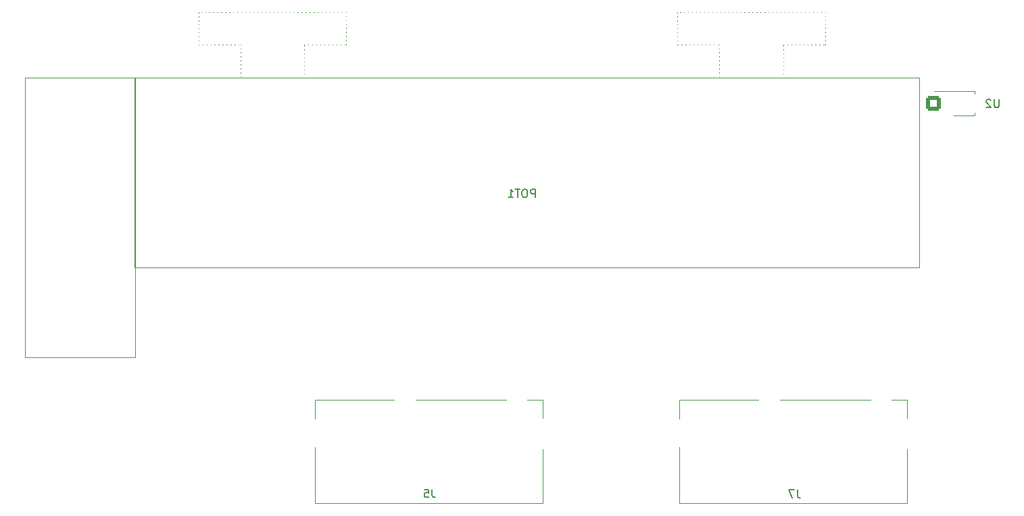
<source format=gbo>
G04 #@! TF.GenerationSoftware,KiCad,Pcbnew,9.0.3*
G04 #@! TF.CreationDate,2026-01-03T08:49:13-08:00*
G04 #@! TF.ProjectId,ir-remote,69722d72-656d-46f7-9465-2e6b69636164,rev?*
G04 #@! TF.SameCoordinates,Original*
G04 #@! TF.FileFunction,Legend,Bot*
G04 #@! TF.FilePolarity,Positive*
%FSLAX46Y46*%
G04 Gerber Fmt 4.6, Leading zero omitted, Abs format (unit mm)*
G04 Created by KiCad (PCBNEW 9.0.3) date 2026-01-03 08:49:13*
%MOMM*%
%LPD*%
G01*
G04 APERTURE LIST*
G04 Aperture macros list*
%AMRoundRect*
0 Rectangle with rounded corners*
0 $1 Rounding radius*
0 $2 $3 $4 $5 $6 $7 $8 $9 X,Y pos of 4 corners*
0 Add a 4 corners polygon primitive as box body*
4,1,4,$2,$3,$4,$5,$6,$7,$8,$9,$2,$3,0*
0 Add four circle primitives for the rounded corners*
1,1,$1+$1,$2,$3*
1,1,$1+$1,$4,$5*
1,1,$1+$1,$6,$7*
1,1,$1+$1,$8,$9*
0 Add four rect primitives between the rounded corners*
20,1,$1+$1,$2,$3,$4,$5,0*
20,1,$1+$1,$4,$5,$6,$7,0*
20,1,$1+$1,$6,$7,$8,$9,0*
20,1,$1+$1,$8,$9,$2,$3,0*%
G04 Aperture macros list end*
%ADD10C,0.150000*%
%ADD11C,0.120000*%
%ADD12C,1.451000*%
%ADD13C,1.651000*%
%ADD14C,3.000000*%
%ADD15R,1.700000X1.700000*%
%ADD16O,1.700000X1.700000*%
%ADD17O,1.727200X2.032000*%
%ADD18O,1.152400X2.352400*%
%ADD19O,1.152400X1.952400*%
%ADD20C,2.700000*%
%ADD21RoundRect,0.250200X-0.649800X-0.649800X0.649800X-0.649800X0.649800X0.649800X-0.649800X0.649800X0*%
%ADD22C,1.800000*%
%ADD23O,3.000000X4.000000*%
%ADD24C,2.500000*%
G04 APERTURE END LIST*
D10*
X71142856Y38505181D02*
X71142856Y39505181D01*
X71142856Y39505181D02*
X70761904Y39505181D01*
X70761904Y39505181D02*
X70666666Y39457562D01*
X70666666Y39457562D02*
X70619047Y39409943D01*
X70619047Y39409943D02*
X70571428Y39314705D01*
X70571428Y39314705D02*
X70571428Y39171848D01*
X70571428Y39171848D02*
X70619047Y39076610D01*
X70619047Y39076610D02*
X70666666Y39028991D01*
X70666666Y39028991D02*
X70761904Y38981372D01*
X70761904Y38981372D02*
X71142856Y38981372D01*
X69952380Y39505181D02*
X69761904Y39505181D01*
X69761904Y39505181D02*
X69666666Y39457562D01*
X69666666Y39457562D02*
X69571428Y39362324D01*
X69571428Y39362324D02*
X69523809Y39171848D01*
X69523809Y39171848D02*
X69523809Y38838515D01*
X69523809Y38838515D02*
X69571428Y38648039D01*
X69571428Y38648039D02*
X69666666Y38552800D01*
X69666666Y38552800D02*
X69761904Y38505181D01*
X69761904Y38505181D02*
X69952380Y38505181D01*
X69952380Y38505181D02*
X70047618Y38552800D01*
X70047618Y38552800D02*
X70142856Y38648039D01*
X70142856Y38648039D02*
X70190475Y38838515D01*
X70190475Y38838515D02*
X70190475Y39171848D01*
X70190475Y39171848D02*
X70142856Y39362324D01*
X70142856Y39362324D02*
X70047618Y39457562D01*
X70047618Y39457562D02*
X69952380Y39505181D01*
X69238094Y39505181D02*
X68666666Y39505181D01*
X68952380Y38505181D02*
X68952380Y39505181D01*
X67809523Y38505181D02*
X68380951Y38505181D01*
X68095237Y38505181D02*
X68095237Y39505181D01*
X68095237Y39505181D02*
X68190475Y39362324D01*
X68190475Y39362324D02*
X68285713Y39267086D01*
X68285713Y39267086D02*
X68380951Y39219467D01*
X129241904Y50775181D02*
X129241904Y49965658D01*
X129241904Y49965658D02*
X129194285Y49870420D01*
X129194285Y49870420D02*
X129146666Y49822800D01*
X129146666Y49822800D02*
X129051428Y49775181D01*
X129051428Y49775181D02*
X128860952Y49775181D01*
X128860952Y49775181D02*
X128765714Y49822800D01*
X128765714Y49822800D02*
X128718095Y49870420D01*
X128718095Y49870420D02*
X128670476Y49965658D01*
X128670476Y49965658D02*
X128670476Y50775181D01*
X128241904Y50679943D02*
X128194285Y50727562D01*
X128194285Y50727562D02*
X128099047Y50775181D01*
X128099047Y50775181D02*
X127860952Y50775181D01*
X127860952Y50775181D02*
X127765714Y50727562D01*
X127765714Y50727562D02*
X127718095Y50679943D01*
X127718095Y50679943D02*
X127670476Y50584705D01*
X127670476Y50584705D02*
X127670476Y50489467D01*
X127670476Y50489467D02*
X127718095Y50346610D01*
X127718095Y50346610D02*
X128289523Y49775181D01*
X128289523Y49775181D02*
X127670476Y49775181D01*
X104013333Y1835181D02*
X104013333Y1120896D01*
X104013333Y1120896D02*
X104060952Y978039D01*
X104060952Y978039D02*
X104156190Y882800D01*
X104156190Y882800D02*
X104299047Y835181D01*
X104299047Y835181D02*
X104394285Y835181D01*
X103632380Y1835181D02*
X102965714Y1835181D01*
X102965714Y1835181D02*
X103394285Y835181D01*
X58263333Y1895181D02*
X58263333Y1180896D01*
X58263333Y1180896D02*
X58310952Y1038039D01*
X58310952Y1038039D02*
X58406190Y942800D01*
X58406190Y942800D02*
X58549047Y895181D01*
X58549047Y895181D02*
X58644285Y895181D01*
X57310952Y1895181D02*
X57787142Y1895181D01*
X57787142Y1895181D02*
X57834761Y1418991D01*
X57834761Y1418991D02*
X57787142Y1466610D01*
X57787142Y1466610D02*
X57691904Y1514229D01*
X57691904Y1514229D02*
X57453809Y1514229D01*
X57453809Y1514229D02*
X57358571Y1466610D01*
X57358571Y1466610D02*
X57310952Y1418991D01*
X57310952Y1418991D02*
X57263333Y1323753D01*
X57263333Y1323753D02*
X57263333Y1085658D01*
X57263333Y1085658D02*
X57310952Y990420D01*
X57310952Y990420D02*
X57358571Y942800D01*
X57358571Y942800D02*
X57453809Y895181D01*
X57453809Y895181D02*
X57691904Y895181D01*
X57691904Y895181D02*
X57787142Y942800D01*
X57787142Y942800D02*
X57834761Y990420D01*
G04 #@! TO.C,POT1*
D11*
X21065000Y53490000D02*
X7240000Y53490000D01*
X7240000Y18490000D01*
X21065000Y18490000D01*
X21065000Y53490000D01*
X119240000Y53490000D02*
X20940000Y53490000D01*
X20940000Y29690000D01*
X119240000Y29690000D01*
X119240000Y53490000D01*
X34240000Y53490000D02*
X34264000Y53490000D01*
X34744000Y53490000D02*
X34768000Y53490000D01*
X35248000Y53490000D02*
X35272000Y53490000D01*
X35752000Y53490000D02*
X35776000Y53490000D01*
X36256000Y53490000D02*
X36280000Y53490000D01*
X36760000Y53490000D02*
X36784000Y53490000D01*
X37264000Y53490000D02*
X37288000Y53490000D01*
X37768000Y53490000D02*
X37792000Y53490000D01*
X38272000Y53490000D02*
X38296000Y53490000D01*
X38776000Y53490000D02*
X38800000Y53490000D01*
X39280000Y53490000D02*
X39304000Y53490000D01*
X39784000Y53490000D02*
X39808000Y53490000D01*
X40288000Y53490000D02*
X40312000Y53490000D01*
X40792000Y53490000D02*
X40816000Y53490000D01*
X41296000Y53490000D02*
X41320000Y53490000D01*
X41800000Y53490000D02*
X41824000Y53490000D01*
X42240000Y53490000D02*
X42240000Y53514000D01*
X42240000Y53994000D02*
X42240000Y54018000D01*
X42240000Y54498000D02*
X42240000Y54522000D01*
X42240000Y55002000D02*
X42240000Y55026000D01*
X42240000Y55506000D02*
X42240000Y55530000D01*
X42240000Y56010000D02*
X42240000Y56034000D01*
X42240000Y56514000D02*
X42240000Y56538000D01*
X42240000Y57018000D02*
X42240000Y57042000D01*
X42240000Y57522000D02*
X42240000Y57546000D01*
X42240000Y57690000D02*
X42264000Y57690000D01*
X42744000Y57690000D02*
X42768000Y57690000D01*
X43248000Y57690000D02*
X43272000Y57690000D01*
X43752000Y57690000D02*
X43776000Y57690000D01*
X44256000Y57690000D02*
X44280000Y57690000D01*
X44760000Y57690000D02*
X44784000Y57690000D01*
X45264000Y57690000D02*
X45288000Y57690000D01*
X45768000Y57690000D02*
X45792000Y57690000D01*
X46272000Y57690000D02*
X46296000Y57690000D01*
X46776000Y57690000D02*
X46800000Y57690000D01*
X47280000Y57690000D02*
X47304000Y57690000D01*
X47490000Y57690000D02*
X47490000Y57714000D01*
X47490000Y58194000D02*
X47490000Y58218000D01*
X47490000Y58698000D02*
X47490000Y58722000D01*
X47490000Y59202000D02*
X47490000Y59226000D01*
X47490000Y59706000D02*
X47490000Y59730000D01*
X47490000Y60210000D02*
X47490000Y60234000D01*
X47490000Y60714000D02*
X47490000Y60738000D01*
X47490000Y61218000D02*
X47490000Y61242000D01*
X47490000Y61690000D02*
X47466000Y61690000D01*
X46986000Y61690000D02*
X46962000Y61690000D01*
X46482000Y61690000D02*
X46458000Y61690000D01*
X45978000Y61690000D02*
X45954000Y61690000D01*
X45474000Y61690000D02*
X45450000Y61690000D01*
X44970000Y61690000D02*
X44946000Y61690000D01*
X44466000Y61690000D02*
X44442000Y61690000D01*
X43962000Y61690000D02*
X43938000Y61690000D01*
X43458000Y61690000D02*
X43434000Y61690000D01*
X42954000Y61690000D02*
X42930000Y61690000D01*
X42450000Y61690000D02*
X42426000Y61690000D01*
X41946000Y61690000D02*
X41922000Y61690000D01*
X41442000Y61690000D02*
X41418000Y61690000D01*
X40938000Y61690000D02*
X40914000Y61690000D01*
X40434000Y61690000D02*
X40410000Y61690000D01*
X39930000Y61690000D02*
X39906000Y61690000D01*
X39426000Y61690000D02*
X39402000Y61690000D01*
X38922000Y61690000D02*
X38898000Y61690000D01*
X38418000Y61690000D02*
X38394000Y61690000D01*
X37914000Y61690000D02*
X37890000Y61690000D01*
X37410000Y61690000D02*
X37386000Y61690000D01*
X36906000Y61690000D02*
X36882000Y61690000D01*
X36402000Y61690000D02*
X36378000Y61690000D01*
X35898000Y61690000D02*
X35874000Y61690000D01*
X35394000Y61690000D02*
X35370000Y61690000D01*
X34890000Y61690000D02*
X34866000Y61690000D01*
X34386000Y61690000D02*
X34362000Y61690000D01*
X33882000Y61690000D02*
X33858000Y61690000D01*
X33378000Y61690000D02*
X33354000Y61690000D01*
X32874000Y61690000D02*
X32850000Y61690000D01*
X32370000Y61690000D02*
X32346000Y61690000D01*
X31866000Y61690000D02*
X31842000Y61690000D01*
X31362000Y61690000D02*
X31338000Y61690000D01*
X30858000Y61690000D02*
X30834000Y61690000D01*
X30354000Y61690000D02*
X30330000Y61690000D01*
X29850000Y61690000D02*
X29826000Y61690000D01*
X29346000Y61690000D02*
X29322000Y61690000D01*
X28990000Y61690000D02*
X28990000Y61666000D01*
X28990000Y61186000D02*
X28990000Y61162000D01*
X28990000Y60682000D02*
X28990000Y60658000D01*
X28990000Y60178000D02*
X28990000Y60154000D01*
X28990000Y59674000D02*
X28990000Y59650000D01*
X28990000Y59170000D02*
X28990000Y59146000D01*
X28990000Y58666000D02*
X28990000Y58642000D01*
X28990000Y58162000D02*
X28990000Y58138000D01*
X28990000Y57690000D02*
X29014000Y57690000D01*
X29494000Y57690000D02*
X29518000Y57690000D01*
X29998000Y57690000D02*
X30022000Y57690000D01*
X30502000Y57690000D02*
X30526000Y57690000D01*
X31006000Y57690000D02*
X31030000Y57690000D01*
X31510000Y57690000D02*
X31534000Y57690000D01*
X32014000Y57690000D02*
X32038000Y57690000D01*
X32518000Y57690000D02*
X32542000Y57690000D01*
X33022000Y57690000D02*
X33046000Y57690000D01*
X33526000Y57690000D02*
X33550000Y57690000D01*
X34030000Y57690000D02*
X34054000Y57690000D01*
X34240000Y57690000D02*
X34240000Y57666000D01*
X34240000Y57186000D02*
X34240000Y57162000D01*
X34240000Y56682000D02*
X34240000Y56658000D01*
X34240000Y56178000D02*
X34240000Y56154000D01*
X34240000Y55674000D02*
X34240000Y55650000D01*
X34240000Y55170000D02*
X34240000Y55146000D01*
X34240000Y54666000D02*
X34240000Y54642000D01*
X34240000Y54162000D02*
X34240000Y54138000D01*
X34240000Y53658000D02*
X34240000Y53634000D01*
X94240000Y53490000D02*
X94264000Y53490000D01*
X94744000Y53490000D02*
X94768000Y53490000D01*
X95248000Y53490000D02*
X95272000Y53490000D01*
X95752000Y53490000D02*
X95776000Y53490000D01*
X96256000Y53490000D02*
X96280000Y53490000D01*
X96760000Y53490000D02*
X96784000Y53490000D01*
X97264000Y53490000D02*
X97288000Y53490000D01*
X97768000Y53490000D02*
X97792000Y53490000D01*
X98272000Y53490000D02*
X98296000Y53490000D01*
X98776000Y53490000D02*
X98800000Y53490000D01*
X99280000Y53490000D02*
X99304000Y53490000D01*
X99784000Y53490000D02*
X99808000Y53490000D01*
X100288000Y53490000D02*
X100312000Y53490000D01*
X100792000Y53490000D02*
X100816000Y53490000D01*
X101296000Y53490000D02*
X101320000Y53490000D01*
X101800000Y53490000D02*
X101824000Y53490000D01*
X102240000Y53490000D02*
X102240000Y53514000D01*
X102240000Y53994000D02*
X102240000Y54018000D01*
X102240000Y54498000D02*
X102240000Y54522000D01*
X102240000Y55002000D02*
X102240000Y55026000D01*
X102240000Y55506000D02*
X102240000Y55530000D01*
X102240000Y56010000D02*
X102240000Y56034000D01*
X102240000Y56514000D02*
X102240000Y56538000D01*
X102240000Y57018000D02*
X102240000Y57042000D01*
X102240000Y57522000D02*
X102240000Y57546000D01*
X102240000Y57690000D02*
X102264000Y57690000D01*
X102744000Y57690000D02*
X102768000Y57690000D01*
X103248000Y57690000D02*
X103272000Y57690000D01*
X103752000Y57690000D02*
X103776000Y57690000D01*
X104256000Y57690000D02*
X104280000Y57690000D01*
X104760000Y57690000D02*
X104784000Y57690000D01*
X105264000Y57690000D02*
X105288000Y57690000D01*
X105768000Y57690000D02*
X105792000Y57690000D01*
X106272000Y57690000D02*
X106296000Y57690000D01*
X106776000Y57690000D02*
X106800000Y57690000D01*
X107280000Y57690000D02*
X107304000Y57690000D01*
X107490000Y57690000D02*
X107490000Y57714000D01*
X107490000Y58194000D02*
X107490000Y58218000D01*
X107490000Y58698000D02*
X107490000Y58722000D01*
X107490000Y59202000D02*
X107490000Y59226000D01*
X107490000Y59706000D02*
X107490000Y59730000D01*
X107490000Y60210000D02*
X107490000Y60234000D01*
X107490000Y60714000D02*
X107490000Y60738000D01*
X107490000Y61218000D02*
X107490000Y61242000D01*
X107490000Y61690000D02*
X107466000Y61690000D01*
X106986000Y61690000D02*
X106962000Y61690000D01*
X106482000Y61690000D02*
X106458000Y61690000D01*
X105978000Y61690000D02*
X105954000Y61690000D01*
X105474000Y61690000D02*
X105450000Y61690000D01*
X104970000Y61690000D02*
X104946000Y61690000D01*
X104466000Y61690000D02*
X104442000Y61690000D01*
X103962000Y61690000D02*
X103938000Y61690000D01*
X103458000Y61690000D02*
X103434000Y61690000D01*
X102954000Y61690000D02*
X102930000Y61690000D01*
X102450000Y61690000D02*
X102426000Y61690000D01*
X101946000Y61690000D02*
X101922000Y61690000D01*
X101442000Y61690000D02*
X101418000Y61690000D01*
X100938000Y61690000D02*
X100914000Y61690000D01*
X100434000Y61690000D02*
X100410000Y61690000D01*
X99930000Y61690000D02*
X99906000Y61690000D01*
X99426000Y61690000D02*
X99402000Y61690000D01*
X98922000Y61690000D02*
X98898000Y61690000D01*
X98418000Y61690000D02*
X98394000Y61690000D01*
X97914000Y61690000D02*
X97890000Y61690000D01*
X97410000Y61690000D02*
X97386000Y61690000D01*
X96906000Y61690000D02*
X96882000Y61690000D01*
X96402000Y61690000D02*
X96378000Y61690000D01*
X95898000Y61690000D02*
X95874000Y61690000D01*
X95394000Y61690000D02*
X95370000Y61690000D01*
X94890000Y61690000D02*
X94866000Y61690000D01*
X94386000Y61690000D02*
X94362000Y61690000D01*
X93882000Y61690000D02*
X93858000Y61690000D01*
X93378000Y61690000D02*
X93354000Y61690000D01*
X92874000Y61690000D02*
X92850000Y61690000D01*
X92370000Y61690000D02*
X92346000Y61690000D01*
X91866000Y61690000D02*
X91842000Y61690000D01*
X91362000Y61690000D02*
X91338000Y61690000D01*
X90858000Y61690000D02*
X90834000Y61690000D01*
X90354000Y61690000D02*
X90330000Y61690000D01*
X89850000Y61690000D02*
X89826000Y61690000D01*
X89346000Y61690000D02*
X89322000Y61690000D01*
X88990000Y61690000D02*
X88990000Y61666000D01*
X88990000Y61186000D02*
X88990000Y61162000D01*
X88990000Y60682000D02*
X88990000Y60658000D01*
X88990000Y60178000D02*
X88990000Y60154000D01*
X88990000Y59674000D02*
X88990000Y59650000D01*
X88990000Y59170000D02*
X88990000Y59146000D01*
X88990000Y58666000D02*
X88990000Y58642000D01*
X88990000Y58162000D02*
X88990000Y58138000D01*
X88990000Y57690000D02*
X89014000Y57690000D01*
X89494000Y57690000D02*
X89518000Y57690000D01*
X89998000Y57690000D02*
X90022000Y57690000D01*
X90502000Y57690000D02*
X90526000Y57690000D01*
X91006000Y57690000D02*
X91030000Y57690000D01*
X91510000Y57690000D02*
X91534000Y57690000D01*
X92014000Y57690000D02*
X92038000Y57690000D01*
X92518000Y57690000D02*
X92542000Y57690000D01*
X93022000Y57690000D02*
X93046000Y57690000D01*
X93526000Y57690000D02*
X93550000Y57690000D01*
X94030000Y57690000D02*
X94054000Y57690000D01*
X94240000Y57690000D02*
X94240000Y57666000D01*
X94240000Y57186000D02*
X94240000Y57162000D01*
X94240000Y56682000D02*
X94240000Y56658000D01*
X94240000Y56178000D02*
X94240000Y56154000D01*
X94240000Y55674000D02*
X94240000Y55650000D01*
X94240000Y55170000D02*
X94240000Y55146000D01*
X94240000Y54666000D02*
X94240000Y54642000D01*
X94240000Y54162000D02*
X94240000Y54138000D01*
X94240000Y53658000D02*
X94240000Y53634000D01*
G04 #@! TO.C,U2*
X126230000Y51780000D02*
X121140000Y51780000D01*
X126230000Y51440000D02*
X126230000Y51780000D01*
X126230000Y49120000D02*
X126230000Y48770000D01*
X126230000Y48770000D02*
X123630000Y48770000D01*
G04 #@! TO.C,J7*
X89240000Y13160000D02*
X99140000Y13160000D01*
X89240000Y10710000D02*
X89240000Y13160000D01*
X89240000Y160000D02*
X89240000Y7210000D01*
X101840000Y13160000D02*
X113190000Y13160000D01*
X115790000Y13160000D02*
X117740000Y13160000D01*
X117740000Y13160000D02*
X117740000Y10860000D01*
X117740000Y6960000D02*
X117740000Y160000D01*
X117740000Y160000D02*
X89240000Y160000D01*
G04 #@! TO.C,J5*
X43590000Y13160000D02*
X53490000Y13160000D01*
X43590000Y10710000D02*
X43590000Y13160000D01*
X43590000Y160000D02*
X43590000Y7210000D01*
X56190000Y13160000D02*
X67540000Y13160000D01*
X70140000Y13160000D02*
X72090000Y13160000D01*
X72090000Y13160000D02*
X72090000Y10860000D01*
X72090000Y6960000D02*
X72090000Y160000D01*
X72090000Y160000D02*
X43590000Y160000D01*
G04 #@! TD*
%LPC*%
D12*
G04 #@! TO.C,TP8*
X75400000Y7510000D03*
G04 #@! TD*
G04 #@! TO.C,TP4*
X70330000Y23150000D03*
G04 #@! TD*
G04 #@! TO.C,TP12*
X76450000Y27700000D03*
G04 #@! TD*
D13*
G04 #@! TO.C,J1*
X97470000Y19640000D03*
X100010000Y19640000D03*
G04 #@! TD*
D14*
G04 #@! TO.C,H3*
X123860000Y4000000D03*
G04 #@! TD*
D15*
G04 #@! TO.C,J12*
X63870000Y26955000D03*
D16*
X61330000Y26955000D03*
X58790000Y26955000D03*
X56250000Y26955000D03*
G04 #@! TD*
D14*
G04 #@! TO.C,H4*
X4000000Y4000000D03*
G04 #@! TD*
D12*
G04 #@! TO.C,TP13*
X71370000Y27700000D03*
G04 #@! TD*
G04 #@! TO.C,TP2*
X90700000Y15340000D03*
G04 #@! TD*
D17*
G04 #@! TO.C,J6*
X82020000Y1920000D03*
X84560000Y1920000D03*
X87100000Y1920000D03*
G04 #@! TD*
D12*
G04 #@! TO.C,TP7*
X77940000Y4970000D03*
G04 #@! TD*
D18*
G04 #@! TO.C,J4*
X25370000Y1975000D03*
X34010000Y1975000D03*
D19*
X25370000Y5975000D03*
X34010000Y5975000D03*
G04 #@! TD*
D12*
G04 #@! TO.C,TP1*
X104850000Y15790000D03*
G04 #@! TD*
G04 #@! TO.C,TP5*
X75400000Y2430000D03*
G04 #@! TD*
D13*
G04 #@! TO.C,J2*
X97470000Y22890000D03*
X100010000Y22890000D03*
G04 #@! TD*
D12*
G04 #@! TO.C,TP6*
X77940000Y2430000D03*
G04 #@! TD*
G04 #@! TO.C,TP11*
X84620000Y28320000D03*
G04 #@! TD*
G04 #@! TO.C,TP3*
X59990000Y22340000D03*
G04 #@! TD*
D13*
G04 #@! TO.C,J8*
X22430000Y9120000D03*
X22430000Y6580000D03*
G04 #@! TD*
D14*
G04 #@! TO.C,H2*
X123860000Y43820000D03*
G04 #@! TD*
D12*
G04 #@! TO.C,TP14*
X75400000Y4970000D03*
G04 #@! TD*
D14*
G04 #@! TO.C,H1*
X4000000Y49480000D03*
G04 #@! TD*
D20*
G04 #@! TO.C,POT1*
X24490000Y39565000D03*
X24490000Y35815000D03*
X24490000Y43315000D03*
X24490000Y32065000D03*
X111990000Y43315000D03*
X111990000Y32065000D03*
X20240000Y16690000D03*
X7840000Y16690000D03*
D14*
X94090000Y37690000D03*
X42390000Y37690000D03*
D20*
X111990000Y39565000D03*
G04 #@! TD*
D21*
G04 #@! TO.C,U2*
X121090000Y50280000D03*
D22*
X123630000Y50280000D03*
X126170000Y50280000D03*
G04 #@! TD*
D23*
G04 #@! TO.C,J7*
X116690000Y8910000D03*
D14*
X114490000Y5310000D03*
X100490000Y5310000D03*
D23*
X90790000Y8910000D03*
D24*
X114490000Y12660000D03*
X100490000Y12660000D03*
G04 #@! TD*
D23*
G04 #@! TO.C,J5*
X71040000Y8910000D03*
D14*
X68840000Y5310000D03*
X54840000Y5310000D03*
D23*
X45140000Y8910000D03*
D24*
X68840000Y12660000D03*
X54840000Y12660000D03*
G04 #@! TD*
%LPD*%
M02*

</source>
